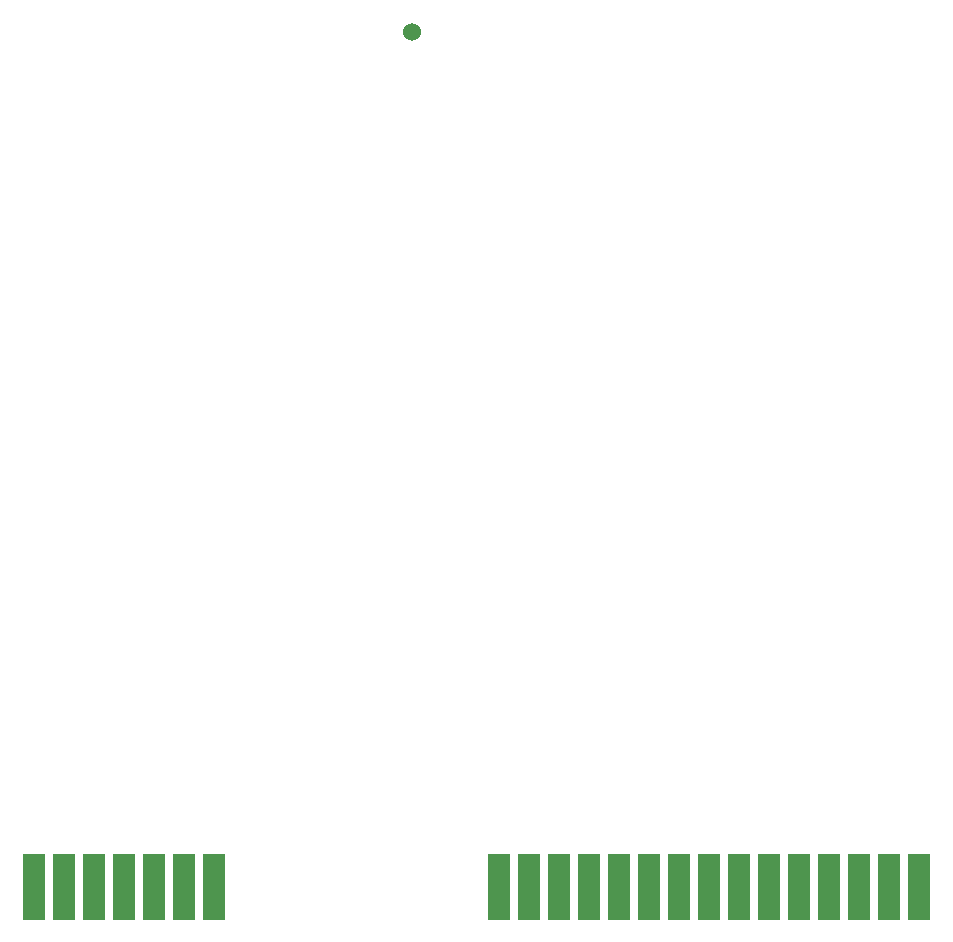
<source format=gbp>
G04 #@! TF.FileFunction,Paste,Bot*
%FSLAX46Y46*%
G04 Gerber Fmt 4.6, Leading zero omitted, Abs format (unit mm)*
G04 Created by KiCad (PCBNEW 4.0.2+dfsg1-stable) date Mon 11 Feb 2019 22:19:24 CET*
%MOMM*%
G01*
G04 APERTURE LIST*
%ADD10C,0.100000*%
%ADD11C,1.524000*%
%ADD12R,1.930400X5.588000*%
G04 APERTURE END LIST*
D10*
D11*
X141986000Y-71120000D03*
D12*
X184912000Y-143510000D03*
X182372000Y-143510000D03*
X179832000Y-143510000D03*
X177292000Y-143510000D03*
X174752000Y-143510000D03*
X172212000Y-143510000D03*
X169672000Y-143510000D03*
X167132000Y-143510000D03*
X164592000Y-143510000D03*
X162052000Y-143510000D03*
X159512000Y-143510000D03*
X156972000Y-143510000D03*
X154432000Y-143510000D03*
X151892000Y-143510000D03*
X149352000Y-143510000D03*
X125222000Y-143510000D03*
X122682000Y-143510000D03*
X120142000Y-143510000D03*
X117602000Y-143510000D03*
X115062000Y-143510000D03*
X112522000Y-143510000D03*
X109982000Y-143510000D03*
M02*

</source>
